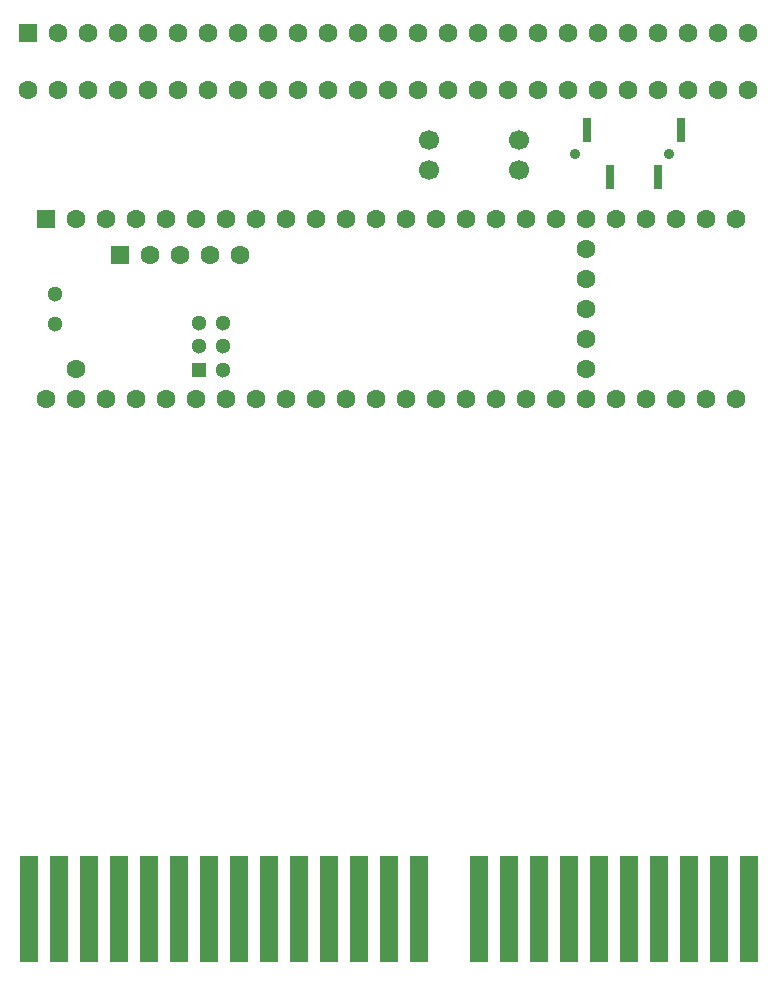
<source format=gbr>
G04 #@! TF.GenerationSoftware,KiCad,Pcbnew,(5.1.9)-1*
G04 #@! TF.CreationDate,2021-03-13T02:16:44-05:00*
G04 #@! TF.ProjectId,cartridge,63617274-7269-4646-9765-2e6b69636164,rev?*
G04 #@! TF.SameCoordinates,Original*
G04 #@! TF.FileFunction,Soldermask,Bot*
G04 #@! TF.FilePolarity,Negative*
%FSLAX46Y46*%
G04 Gerber Fmt 4.6, Leading zero omitted, Abs format (unit mm)*
G04 Created by KiCad (PCBNEW (5.1.9)-1) date 2021-03-13 02:16:44*
%MOMM*%
%LPD*%
G01*
G04 APERTURE LIST*
%ADD10C,1.600200*%
%ADD11R,1.524000X1.524000*%
%ADD12R,1.600000X9.000000*%
%ADD13C,1.700000*%
%ADD14R,0.800000X2.000000*%
%ADD15C,0.900000*%
%ADD16C,1.600000*%
%ADD17R,1.600000X1.600000*%
%ADD18R,1.300000X1.300000*%
%ADD19C,1.300000*%
G04 APERTURE END LIST*
D10*
X181038500Y-67779900D03*
X178498500Y-67779900D03*
X175958500Y-67779900D03*
X173418500Y-67779900D03*
X170878500Y-67779900D03*
X168338500Y-67779900D03*
X165798500Y-67779900D03*
X163258500Y-67779900D03*
X160718500Y-67779900D03*
X158178500Y-67779900D03*
X155638500Y-67779900D03*
X153098500Y-67779900D03*
X150558500Y-67779900D03*
X148018500Y-67779900D03*
X145478500Y-67779900D03*
X142938500Y-67779900D03*
X140398500Y-67779900D03*
X137858500Y-67779900D03*
X135318500Y-67779900D03*
X132778500Y-67779900D03*
X130238500Y-67779900D03*
X127698500Y-67779900D03*
X125158500Y-67779900D03*
X122618500Y-67779900D03*
X120078500Y-67779900D03*
X181038500Y-62928500D03*
X178498500Y-62928500D03*
X175958500Y-62928500D03*
X173418500Y-62928500D03*
X170878500Y-62928500D03*
X168338500Y-62928500D03*
X165798500Y-62928500D03*
X163258500Y-62928500D03*
X160718500Y-62928500D03*
X158178500Y-62928500D03*
X155638500Y-62928500D03*
X153098500Y-62928500D03*
X150558500Y-62928500D03*
X148018500Y-62928500D03*
X145478500Y-62928500D03*
X142938500Y-62928500D03*
X140398500Y-62928500D03*
X137858500Y-62928500D03*
X135318500Y-62928500D03*
X132778500Y-62928500D03*
X130238500Y-62928500D03*
X127698500Y-62928500D03*
X125158500Y-62928500D03*
X122618500Y-62928500D03*
D11*
X120078500Y-62928500D03*
D12*
X120142000Y-137160000D03*
X122682000Y-137160000D03*
X125222000Y-137160000D03*
X127762000Y-137160000D03*
X130302000Y-137160000D03*
X132842000Y-137160000D03*
X135382000Y-137160000D03*
X137922000Y-137160000D03*
X140462000Y-137160000D03*
X143002000Y-137160000D03*
X145542000Y-137160000D03*
X148082000Y-137160000D03*
X150622000Y-137160000D03*
X153162000Y-137160000D03*
X158242000Y-137160000D03*
X160782000Y-137160000D03*
X163322000Y-137160000D03*
X165862000Y-137160000D03*
X168402000Y-137160000D03*
X170942000Y-137160000D03*
X173482000Y-137160000D03*
X176022000Y-137160000D03*
X178562000Y-137160000D03*
X181102000Y-137160000D03*
D13*
X154051000Y-72009000D03*
X161671000Y-72009000D03*
X161671000Y-74549000D03*
X154051000Y-74549000D03*
D14*
X175386000Y-71184000D03*
X167386000Y-71184000D03*
X173386000Y-75184000D03*
X169386000Y-75184000D03*
D15*
X174386000Y-73184000D03*
X166386000Y-73184000D03*
D16*
X124142500Y-91376500D03*
X138061700Y-81727300D03*
X135521700Y-81727300D03*
X132981700Y-81727300D03*
X130441700Y-81727300D03*
D17*
X127901700Y-81727300D03*
D16*
X121602500Y-93916500D03*
X124142500Y-93916500D03*
X126682500Y-93916500D03*
X129222500Y-93916500D03*
X131762500Y-93916500D03*
X134302500Y-93916500D03*
X136842500Y-93916500D03*
X139382500Y-93916500D03*
X141922500Y-93916500D03*
X144462500Y-93916500D03*
X147002500Y-93916500D03*
X149542500Y-93916500D03*
X152082500Y-93916500D03*
X154622500Y-93916500D03*
D17*
X121602500Y-78676500D03*
D16*
X124142500Y-78676500D03*
X126682500Y-78676500D03*
X129222500Y-78676500D03*
X131762500Y-78676500D03*
X134302500Y-78676500D03*
X136842500Y-78676500D03*
X139382500Y-78676500D03*
X141922500Y-78676500D03*
X144462500Y-78676500D03*
X147002500Y-78676500D03*
X149542500Y-78676500D03*
X152082500Y-78676500D03*
X157162500Y-93916500D03*
X159702500Y-93916500D03*
X162242500Y-93916500D03*
X164782500Y-93916500D03*
X167322500Y-93916500D03*
X169862500Y-93916500D03*
X172402500Y-93916500D03*
X174942500Y-93916500D03*
X177482500Y-93916500D03*
X180022500Y-93916500D03*
X180022500Y-78676500D03*
X177482500Y-78676500D03*
X174942500Y-78676500D03*
X172402500Y-78676500D03*
X154622500Y-78676500D03*
X157162500Y-78676500D03*
X159702500Y-78676500D03*
X169862500Y-78676500D03*
X167322500Y-78676500D03*
X164782500Y-78676500D03*
X162242500Y-78676500D03*
D18*
X134572500Y-91478100D03*
D19*
X136572500Y-91478100D03*
X134572500Y-89478100D03*
X136572500Y-89478100D03*
X136572500Y-87478100D03*
X134572500Y-87478100D03*
D16*
X167322500Y-81216500D03*
X167322500Y-83756500D03*
X167322500Y-86296500D03*
X167322500Y-88836500D03*
X167322500Y-91376500D03*
D19*
X122332500Y-85026500D03*
X122332500Y-87566500D03*
M02*

</source>
